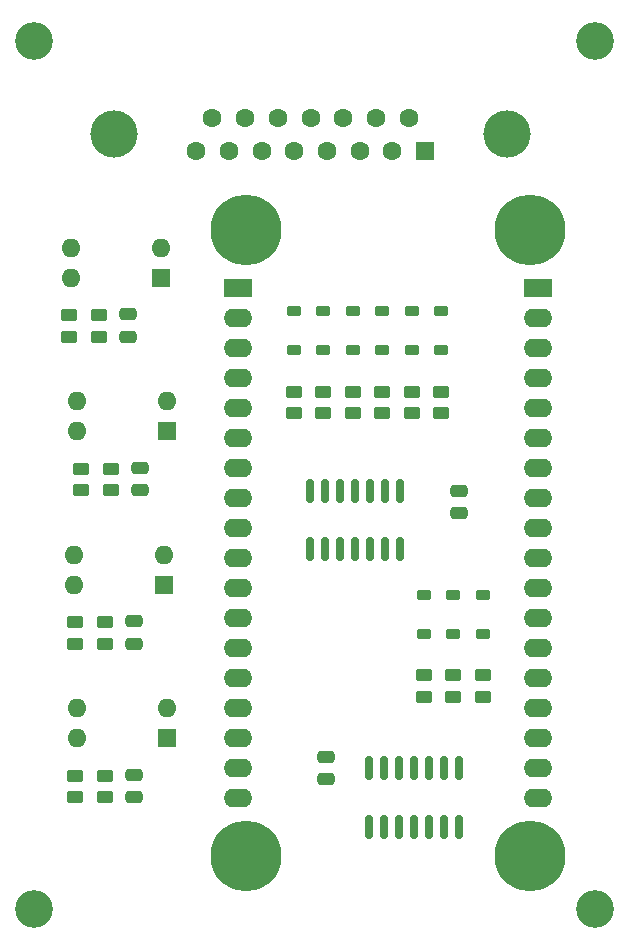
<source format=gbr>
G04 #@! TF.GenerationSoftware,KiCad,Pcbnew,7.0.7*
G04 #@! TF.CreationDate,2023-10-03T13:22:08+10:00*
G04 #@! TF.ProjectId,grbl_controller,6772626c-5f63-46f6-9e74-726f6c6c6572,rev?*
G04 #@! TF.SameCoordinates,Original*
G04 #@! TF.FileFunction,Soldermask,Top*
G04 #@! TF.FilePolarity,Negative*
%FSLAX46Y46*%
G04 Gerber Fmt 4.6, Leading zero omitted, Abs format (unit mm)*
G04 Created by KiCad (PCBNEW 7.0.7) date 2023-10-03 13:22:08*
%MOMM*%
%LPD*%
G01*
G04 APERTURE LIST*
G04 Aperture macros list*
%AMRoundRect*
0 Rectangle with rounded corners*
0 $1 Rounding radius*
0 $2 $3 $4 $5 $6 $7 $8 $9 X,Y pos of 4 corners*
0 Add a 4 corners polygon primitive as box body*
4,1,4,$2,$3,$4,$5,$6,$7,$8,$9,$2,$3,0*
0 Add four circle primitives for the rounded corners*
1,1,$1+$1,$2,$3*
1,1,$1+$1,$4,$5*
1,1,$1+$1,$6,$7*
1,1,$1+$1,$8,$9*
0 Add four rect primitives between the rounded corners*
20,1,$1+$1,$2,$3,$4,$5,0*
20,1,$1+$1,$4,$5,$6,$7,0*
20,1,$1+$1,$6,$7,$8,$9,0*
20,1,$1+$1,$8,$9,$2,$3,0*%
G04 Aperture macros list end*
%ADD10RoundRect,0.250000X0.450000X-0.262500X0.450000X0.262500X-0.450000X0.262500X-0.450000X-0.262500X0*%
%ADD11R,1.600000X1.600000*%
%ADD12O,1.600000X1.600000*%
%ADD13RoundRect,0.225000X0.375000X-0.225000X0.375000X0.225000X-0.375000X0.225000X-0.375000X-0.225000X0*%
%ADD14RoundRect,0.250000X-0.475000X0.250000X-0.475000X-0.250000X0.475000X-0.250000X0.475000X0.250000X0*%
%ADD15C,3.200000*%
%ADD16RoundRect,0.150000X-0.150000X0.825000X-0.150000X-0.825000X0.150000X-0.825000X0.150000X0.825000X0*%
%ADD17C,4.000000*%
%ADD18C,1.600000*%
%ADD19RoundRect,0.150000X0.150000X-0.825000X0.150000X0.825000X-0.150000X0.825000X-0.150000X-0.825000X0*%
%ADD20C,6.000000*%
%ADD21R,2.400000X1.600000*%
%ADD22O,2.400000X1.600000*%
%ADD23RoundRect,0.250000X0.475000X-0.250000X0.475000X0.250000X-0.475000X0.250000X-0.475000X-0.250000X0*%
G04 APERTURE END LIST*
D10*
X104000000Y-70000000D03*
X104000000Y-68175000D03*
D11*
X85300000Y-58540000D03*
D12*
X85300000Y-56000000D03*
X77680000Y-56000000D03*
X77680000Y-58540000D03*
D13*
X96500000Y-64650000D03*
X96500000Y-61350000D03*
D11*
X85500000Y-84540000D03*
D12*
X85500000Y-82000000D03*
X77880000Y-82000000D03*
X77880000Y-84540000D03*
D14*
X83500000Y-74600000D03*
X83500000Y-76500000D03*
D15*
X74500000Y-112000000D03*
D13*
X106500000Y-64650000D03*
X106500000Y-61350000D03*
X110000000Y-88650000D03*
X110000000Y-85350000D03*
D10*
X78500000Y-76500000D03*
X78500000Y-74675000D03*
D13*
X99000000Y-64650000D03*
X99000000Y-61350000D03*
D10*
X109000000Y-70000000D03*
X109000000Y-68175000D03*
X80000000Y-63500000D03*
X80000000Y-61675000D03*
D11*
X85800000Y-97500000D03*
D12*
X85800000Y-94960000D03*
X78180000Y-94960000D03*
X78180000Y-97500000D03*
D14*
X83000000Y-87600000D03*
X83000000Y-89500000D03*
D10*
X99000000Y-70000000D03*
X99000000Y-68175000D03*
X101500000Y-70000000D03*
X101500000Y-68175000D03*
D13*
X107500000Y-88650000D03*
X107500000Y-85350000D03*
D15*
X122000000Y-112000000D03*
D13*
X104000000Y-64650000D03*
X104000000Y-61350000D03*
D10*
X107500000Y-94000000D03*
X107500000Y-92175000D03*
X80500000Y-89500000D03*
X80500000Y-87675000D03*
X112500000Y-94000000D03*
X112500000Y-92175000D03*
X78000000Y-89500000D03*
X78000000Y-87675000D03*
D16*
X110500000Y-100050000D03*
X109230000Y-100050000D03*
X107960000Y-100050000D03*
X106690000Y-100050000D03*
X105420000Y-100050000D03*
X104150000Y-100050000D03*
X102880000Y-100050000D03*
X102880000Y-105000000D03*
X104150000Y-105000000D03*
X105420000Y-105000000D03*
X106690000Y-105000000D03*
X107960000Y-105000000D03*
X109230000Y-105000000D03*
X110500000Y-105000000D03*
D13*
X112500000Y-88650000D03*
X112500000Y-85350000D03*
D10*
X110000000Y-94000000D03*
X110000000Y-92175000D03*
D13*
X101500000Y-64650000D03*
X101500000Y-61350000D03*
D14*
X82500000Y-61600000D03*
X82500000Y-63500000D03*
D17*
X114580000Y-46380331D03*
X81280000Y-46380331D03*
D11*
X107625000Y-47800331D03*
D18*
X104855000Y-47800331D03*
X102085000Y-47800331D03*
X99315000Y-47800331D03*
X96545000Y-47800331D03*
X93775000Y-47800331D03*
X91005000Y-47800331D03*
X88235000Y-47800331D03*
X106240000Y-44960331D03*
X103470000Y-44960331D03*
X100700000Y-44960331D03*
X97930000Y-44960331D03*
X95160000Y-44960331D03*
X92390000Y-44960331D03*
X89620000Y-44960331D03*
D10*
X77500000Y-63500000D03*
X77500000Y-61675000D03*
X80500000Y-102500000D03*
X80500000Y-100675000D03*
D19*
X97880000Y-81500000D03*
X99150000Y-81500000D03*
X100420000Y-81500000D03*
X101690000Y-81500000D03*
X102960000Y-81500000D03*
X104230000Y-81500000D03*
X105500000Y-81500000D03*
X105500000Y-76550000D03*
X104230000Y-76550000D03*
X102960000Y-76550000D03*
X101690000Y-76550000D03*
X100420000Y-76550000D03*
X99150000Y-76550000D03*
X97880000Y-76550000D03*
D10*
X106500000Y-70000000D03*
X106500000Y-68175000D03*
D11*
X85800000Y-71500000D03*
D12*
X85800000Y-68960000D03*
X78180000Y-68960000D03*
X78180000Y-71500000D03*
D10*
X96500000Y-70000000D03*
X96500000Y-68175000D03*
D15*
X122000000Y-38500000D03*
D13*
X109000000Y-64650000D03*
X109000000Y-61350000D03*
D20*
X92500000Y-54500000D03*
X92500000Y-107500000D03*
X116500000Y-54500000D03*
X116500000Y-107500000D03*
D21*
X91800000Y-59397410D03*
D22*
X91800000Y-61937410D03*
X91800000Y-64477410D03*
X91800000Y-67017410D03*
X91800000Y-69557410D03*
X91800000Y-72097410D03*
X91800000Y-74637410D03*
X91800000Y-77177410D03*
X91800000Y-79717410D03*
X91800000Y-82257410D03*
X91800000Y-84797410D03*
X91800000Y-87337410D03*
X91800000Y-89877410D03*
X91800000Y-92417410D03*
X91800000Y-94957410D03*
X91800000Y-97497410D03*
X91800000Y-100037410D03*
X91800000Y-102577410D03*
X117200000Y-102577410D03*
X117200000Y-100037410D03*
X117200000Y-97497410D03*
X117200000Y-94957410D03*
X117200000Y-92417410D03*
X117200000Y-89877410D03*
X117200000Y-87337410D03*
X117200000Y-84797410D03*
X117200000Y-82257410D03*
X117200000Y-79717410D03*
X117200000Y-77177410D03*
X117200000Y-74637410D03*
X117200000Y-72097410D03*
X117200000Y-69557410D03*
X117200000Y-67017410D03*
X117200000Y-64477410D03*
X117200000Y-61937410D03*
D21*
X117200000Y-59397410D03*
D14*
X83000000Y-100600000D03*
X83000000Y-102500000D03*
X110500000Y-76550000D03*
X110500000Y-78450000D03*
D10*
X78000000Y-102500000D03*
X78000000Y-100675000D03*
D15*
X74500000Y-38500000D03*
D10*
X81000000Y-76500000D03*
X81000000Y-74675000D03*
D23*
X99240000Y-100975000D03*
X99240000Y-99075000D03*
M02*

</source>
